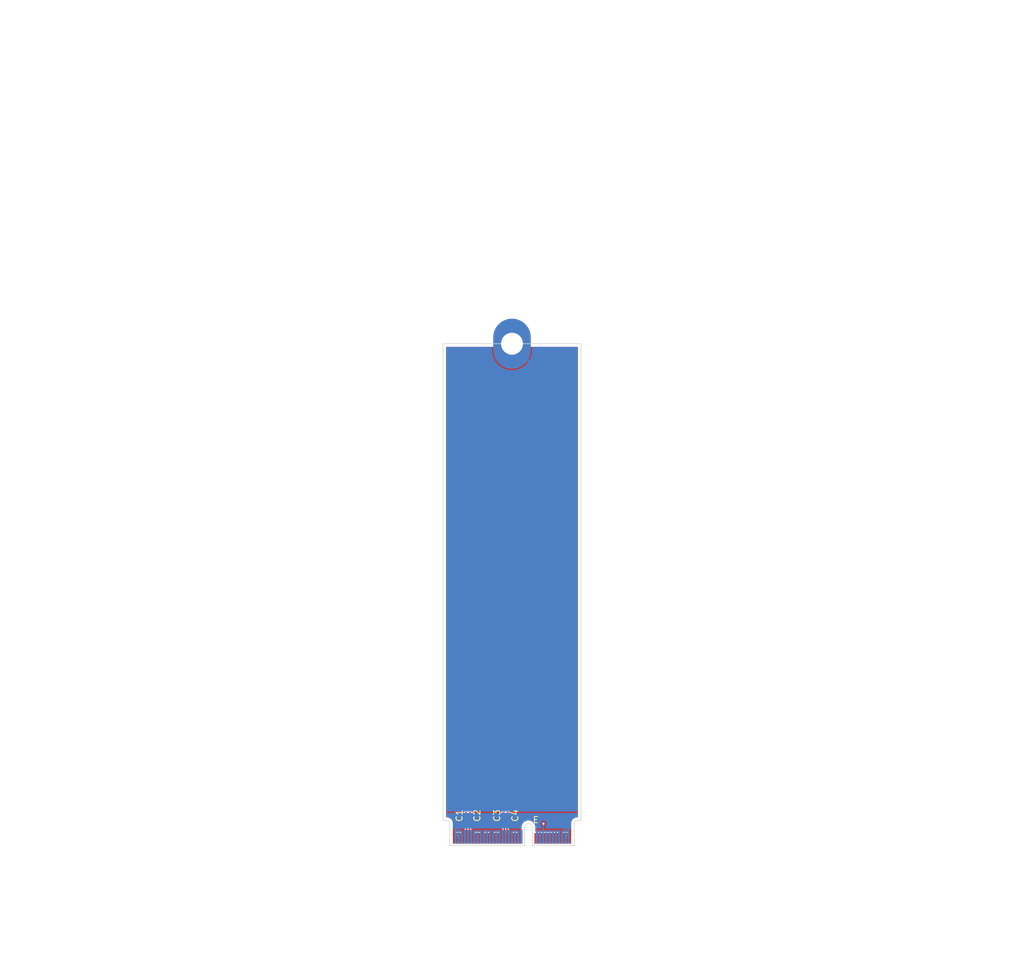
<source format=kicad_pcb>
(kicad_pcb (version 20241229) (generator "pcbnew") (generator_version "9.0")
  (layers (0 "F.Cu" signal) (2 "B.Cu" signal) (13 "F.Paste" user) (15 "B.Paste" user) (5 "F.SilkS" user "F.Silkscreen") (7 "B.SilkS" user "B.Silkscreen") (1 "F.Mask" user) (3 "B.Mask" user) (25 "Edge.Cuts" user))
  (net 0 "")
  (net 1 "/M.2 E Key/PET1P")
  (net 2 "/M.2 E Key/PET1N")
  (net 3 "/M.2 E Key/PET0P")
  (net 4 "/M.2 E Key/PET0N")
  (net 5 "GND")
  (net 6 "/PET0-")
  (net 7 "/PET1-")
  (net 8 "/PET1+")
  (net 9 "/PET0+")
  (net 10 "+3.3V")
  (net 11 "/USB_D+")
  (net 12 "/USB_D-")
  (net 13 "/LED#1")
  (net 14 "/I2S_SCK")
  (net 15 "/SDIO_CLK")
  (net 16 "/I2S_WS")
  (net 17 "/SDIO_CMD")
  (net 18 "/I2S_SD_OUT")
  (net 19 "/SDIO_DATA0")
  (net 20 "/I2S_SD_IN")
  (net 21 "/SDIO_DATA3")
  (net 22 "/LED#2")
  (net 23 "/SDIO_DATA2")
  (net 24 "/SDIO_DATA1")
  (net 25 "/UART_WAKE#")
  (net 26 "/SDIO__WAKE#")
  (net 27 "/UART_TXD")
  (net 28 "/SDIO_RESET#")
  (net 29 "/UART_RXD")
  (net 30 "/UARD_RTS")
  (net 31 "/PER0-")
  (net 32 "/UART_CTS")
  (net 33 "/PER0+")
  (net 39 "/REFCLK0+")
  (net 41 "/REFCLK0-")
  (net 42 "/SUSCLK")
  (net 43 "/PERST0#")
  (net 44 "/CLKREQ0#")
  (net 45 "/W_DISABLE2#")
  (net 46 "/PEWAKE#")
  (net 47 "/W_DISABLE1#")
  (net 48 "/I2C_DATA")
  (net 49 "/PER1+")
  (net 50 "/I2C_CLK")
  (net 51 "/PER1-")
  (net 52 "/ALERT#")
  (net 54 "/PERST1#")
  (net 55 "/CLKREQ1#")
  (net 56 "/PEWAKE1#")
  (net 57 "/REFCLK1+")
  (net 58 "/REFCLK1-")
  (footprint "Capacitor_SMD:C_0201_0603Metric" (layer "F.Cu") (at 102.66 153.43 90)
    (property "Reference" "C1" (at 0 -1.05 90) (layer "F.SilkS"))
    (property "Value" "220nF")
    (pad "1" smd roundrect (at -0.32 0 90) (size 0.46 0.4) (layers "F.Cu" "F.Mask") (net 2 "/M.2 E Key/PET1N"))
    (pad "2" smd roundrect (at 0.32 0 90) (size 0.46 0.4) (layers "F.Cu" "F.Mask") (net 7 "/PET1-"))
  )
  (footprint "Capacitor_SMD:C_0201_0603Metric" (layer "F.Cu") (at 109.36 153.43 90)
    (property "Reference" "C4" (at 0 1.14 90) (layer "F.SilkS"))
    (property "Value" "220nF")
    (pad "1" smd roundrect (at -0.32 0 90) (size 0.46 0.4) (layers "F.Cu" "F.Mask") (net 3 "/M.2 E Key/PET0P"))
    (pad "2" smd roundrect (at 0.32 0 90) (size 0.46 0.4) (layers "F.Cu" "F.Mask") (net 9 "/PET0+"))
  )
  (footprint "Athena KiCAd library:M.2 Mounting Pad" (layer "F.Cu") (at 110.01 78.2)
    (property "Reference" "H1")
    (property "Value" "MountingHole_Pad")
    (pad "1" thru_hole circle (at 0 0) (size 5.5 5.5) (drill 3.5) (property pad_prop_castellated) (layers "*.Cu" "*.Mask") (net 5 "GND") (padstack (mode front_inner_back) (layer "Inner" (shape circle) (size 5.5 5.5)) (layer "B.Cu" (shape oval) (size 6 8))))
  )
  (footprint "Capacitor_SMD:C_0201_0603Metric" (layer "F.Cu") (at 108.66 153.43 90)
    (property "Reference" "C3" (at 0 -1.05 90) (layer "F.SilkS"))
    (property "Value" "220nF")
    (pad "1" smd roundrect (at -0.32 0 90) (size 0.46 0.4) (layers "F.Cu" "F.Mask") (net 4 "/M.2 E Key/PET0N"))
    (pad "2" smd roundrect (at 0.32 0 90) (size 0.46 0.4) (layers "F.Cu" "F.Mask") (net 6 "/PET0-"))
  )
  (footprint "Capacitor_SMD:C_0201_0603Metric" (layer "F.Cu") (at 103.36 153.43 90)
    (property "Reference" "C2" (at 0 1.09 90) (layer "F.SilkS"))
    (property "Value" "220nF")
    (pad "1" smd roundrect (at -0.32 0 90) (size 0.46 0.4) (layers "F.Cu" "F.Mask") (net 1 "/M.2 E Key/PET1P"))
    (pad "2" smd roundrect (at 0.32 0 90) (size 0.46 0.4) (layers "F.Cu" "F.Mask") (net 8 "/PET1+"))
  )
  (footprint "PCIexpress:M.2 E Key Connector" (layer "F.Cu") (at 110.01 157.09)
    (property "Reference" "J1")
    (property "Value" "~")
    (fp_line (start -11 -2.89) (end -10.425 -2.89) (stroke (width 0.1)) (layer "Edge.Cuts"))
    (fp_line (start -9.925 -2.39) (end -9.925 1.11) (stroke (width 0.1)) (layer "Edge.Cuts"))
    (fp_line (start 2.02 -1.79) (end 2.02 1.11) (stroke (width 0.1)) (layer "Edge.Cuts"))
    (fp_line (start 2.02 1.11) (end -9.925 1.11) (stroke (width 0.1)) (layer "Edge.Cuts"))
    (fp_line (start 3.22 -1.79) (end 3.22 1.11) (stroke (width 0.1)) (layer "Edge.Cuts"))
    (fp_line (start 3.22 1.11) (end 9.925 1.11) (stroke (width 0.1)) (layer "Edge.Cuts"))
    (fp_line (start 9.925 -2.39) (end 9.925 1.11) (stroke (width 0.1)) (layer "Edge.Cuts"))
    (fp_line (start 10.425 -2.89) (end 11 -2.89) (stroke (width 0.1)) (layer "Edge.Cuts"))
    (fp_arc (start -10.425 -2.89) (mid -10.071447 -2.743553) (end -9.925 -2.39) (stroke (width 0.1)) (layer "Edge.Cuts"))
    (fp_arc (start 2.02 -1.79) (mid 2.62 -2.39) (end 3.22 -1.79) (stroke (width 0.1)) (layer "Edge.Cuts"))
    (fp_arc (start 9.925 -2.39) (mid 10.071447 -2.743553) (end 10.425 -2.89) (stroke (width 0.1)) (layer "Edge.Cuts"))
    (fp_text user "E" (at 3.245 -2.395 0) (layer "F.SilkS") (effects (justify left bottom)))
    (pad "1" smd rect (at 9.25 -0.04 180) (size 0.35 1.7) (layers "F.Cu") (net 5 "GND"))
    (pad "2" smd rect (at 9 -0.29 180) (size 0.35 2.2) (layers "B.Cu") (net 10 "+3.3V"))
    (pad "3" smd rect (at 8.75 -0.04 180) (size 0.35 1.7) (layers "F.Cu") (net 11 "/USB_D+"))
    (pad "4" smd rect (at 8.5 -0.29 180) (size 0.35 2.2) (layers "B.Cu") (net 10 "+3.3V"))
    (pad "5" smd rect (at 8.25 -0.04 180) (size 0.35 1.7) (layers "F.Cu") (net 12 "/USB_D-"))
    (pad "6" smd rect (at 8 -0.29 180) (size 0.35 2.2) (layers "B.Cu") (net 13 "/LED#1"))
    (pad "7" smd rect (at 7.75 -0.04 180) (size 0.35 1.7) (layers "F.Cu") (net 5 "GND"))
    (pad "8" smd rect (at 7.5 -0.29 180) (size 0.35 2.2) (layers "B.Cu") (net 14 "/I2S_SCK"))
    (pad "9" smd rect (at 7.25 -0.04 180) (size 0.35 1.7) (layers "F.Cu") (net 15 "/SDIO_CLK"))
    (pad "10" smd rect (at 7 -0.29 180) (size 0.35 2.2) (layers "B.Cu") (net 16 "/I2S_WS"))
    (pad "11" smd rect (at 6.75 -0.04 180) (size 0.35 1.7) (layers "F.Cu") (net 17 "/SDIO_CMD"))
    (pad "12" smd rect (at 6.5 -0.29 180) (size 0.35 2.2) (layers "B.Cu") (net 18 "/I2S_SD_OUT"))
    (pad "13" smd rect (at 6.25 -0.04 180) (size 0.35 1.7) (layers "F.Cu") (net 19 "/SDIO_DATA0"))
    (pad "14" smd rect (at 6 -0.29 180) (size 0.35 2.2) (layers "B.Cu") (net 20 "/I2S_SD_IN"))
    (pad "15" smd rect (at 5.75 -0.04 180) (size 0.35 1.7) (layers "F.Cu") (net 21 "/SDIO_DATA3"))
    (pad "16" smd rect (at 5.5 -0.29 180) (size 0.35 2.2) (layers "B.Cu") (net 22 "/LED#2"))
    (pad "17" smd rect (at 5.25 -0.04 180) (size 0.35 1.7) (layers "F.Cu") (net 23 "/SDIO_DATA2"))
    (pad "18" smd rect (at 5 -0.29 180) (size 0.35 2.2) (layers "B.Cu") (net 5 "GND"))
    (pad "19" smd rect (at 4.75 -0.04 180) (size 0.35 1.7) (layers "F.Cu") (net 24 "/SDIO_DATA1"))
    (pad "20" smd rect (at 4.5 -0.29 180) (size 0.35 2.2) (layers "B.Cu") (net 25 "/UART_WAKE#"))
    (pad "21" smd rect (at 4.25 -0.04 180) (size 0.35 1.7) (layers "F.Cu") (net 26 "/SDIO__WAKE#"))
    (pad "22" smd rect (at 4 -0.29 180) (size 0.35 2.2) (layers "B.Cu") (net 27 "/UART_TXD"))
    (pad "23" smd rect (at 3.75 -0.04 180) (size 0.35 1.7) (layers "F.Cu") (net 28 "/SDIO_RESET#"))
    (pad "32" smd rect (at 1.5 -0.29 180) (size 0.35 2.2) (layers "B.Cu") (net 29 "/UART_RXD"))
    (pad "33" smd rect (at 1.25 -0.04 180) (size 0.35 1.7) (layers "F.Cu") (net 5 "GND"))
    (pad "34" smd rect (at 1 -0.29 180) (size 0.35 2.2) (layers "B.Cu") (net 30 "/UARD_RTS"))
    (pad "35" smd rect (at 0.75 -0.04 180) (size 0.35 1.7) (layers "F.Cu") (net 31 "/PER0-"))
    (pad "36" smd rect (at 0.5 -0.29 180) (size 0.35 2.2) (layers "B.Cu") (net 32 "/UART_CTS"))
    (pad "37" smd rect (at 0.25 -0.04 180) (size 0.35 1.7) (layers "F.Cu") (net 33 "/PER0+"))
    (pad "38" smd rect (at 0 -0.29 180) (size 0.35 2.2) (layers "B.Cu"))
    (pad "39" smd rect (at -0.25 -0.04 180) (size 0.35 1.7) (layers "F.Cu") (net 5 "GND"))
    (pad "40" smd rect (at -0.5 -0.29 180) (size 0.35 2.2) (layers "B.Cu"))
    (pad "41" smd rect (at -0.75 -0.04 180) (size 0.35 1.7) (layers "F.Cu") (net 3 "/M.2 E Key/PET0P"))
    (pad "42" smd rect (at -1 -0.29 180) (size 0.35 2.2) (layers "B.Cu"))
    (pad "43" smd rect (at -1.25 -0.04 180) (size 0.35 1.7) (layers "F.Cu") (net 4 "/M.2 E Key/PET0N"))
    (pad "44" smd rect (at -1.5 -0.29 180) (size 0.35 2.2) (layers "B.Cu"))
    (pad "45" smd rect (at -1.75 -0.04 180) (size 0.35 1.7) (layers "F.Cu") (net 5 "GND"))
    (pad "46" smd rect (at -2 -0.29 180) (size 0.35 2.2) (layers "B.Cu"))
    (pad "47" smd rect (at -2.25 -0.04 180) (size 0.35 1.7) (layers "F.Cu") (net 39 "/REFCLK0+"))
    (pad "48" smd rect (at -2.5 -0.29 180) (size 0.35 2.2) (layers "B.Cu"))
    (pad "49" smd rect (at -2.75 -0.04 180) (size 0.35 1.7) (layers "F.Cu") (net 41 "/REFCLK0-"))
    (pad "50" smd rect (at -3 -0.29 180) (size 0.35 2.2) (layers "B.Cu") (net 42 "/SUSCLK"))
    (pad "51" smd rect (at -3.25 -0.04 180) (size 0.35 1.7) (layers "F.Cu") (net 5 "GND"))
    (pad "52" smd rect (at -3.5 -0.29 180) (size 0.35 2.2) (layers "B.Cu") (net 43 "/PERST0#"))
    (pad "53" smd rect (at -3.75 -0.04 180) (size 0.35 1.7) (layers "F.Cu") (net 44 "/CLKREQ0#"))
    (pad "54" smd rect (at -4 -0.29 180) (size 0.35 2.2) (layers "B.Cu") (net 45 "/W_DISABLE2#"))
    (pad "55" smd rect (at -4.25 -0.04 180) (size 0.35 1.7) (layers "F.Cu") (net 46 "/PEWAKE#"))
    (pad "56" smd rect (at -4.5 -0.29 180) (size 0.35 2.2) (layers "B.Cu") (net 47 "/W_DISABLE1#"))
    (pad "57" smd rect (at -4.75 -0.04 180) (size 0.35 1.7) (layers "F.Cu") (net 5 "GND"))
    (pad "58" smd rect (at -5 -0.29 180) (size 0.35 2.2) (layers "B.Cu") (net 48 "/I2C_DATA"))
    (pad "59" smd rect (at -5.25 -0.04 180) (size 0.35 1.7) (layers "F.Cu") (net 49 "/PER1+"))
    (pad "60" smd rect (at -5.5 -0.29 180) (size 0.35 2.2) (layers "B.Cu") (net 50 "/I2C_CLK"))
    (pad "61" smd rect (at -5.75 -0.04 180) (size 0.35 1.7) (layers "F.Cu") (net 51 "/PER1-"))
    (pad "62" smd rect (at -6 -0.29 180) (size 0.35 2.2) (layers "B.Cu") (net 52 "/ALERT#"))
    (pad "63" smd rect (at -6.25 -0.04 180) (size 0.35 1.7) (layers "F.Cu") (net 5 "GND"))
    (pad "64" smd rect (at -6.5 -0.29 180) (size 0.35 2.2) (layers "B.Cu"))
    (pad "65" smd rect (at -6.75 -0.04 180) (size 0.35 1.7) (layers "F.Cu") (net 1 "/M.2 E Key/PET1P"))
    (pad "66" smd rect (at -7 -0.29 180) (size 0.35 2.2) (layers "B.Cu") (net 54 "/PERST1#"))
    (pad "67" smd rect (at -7.25 -0.04 180) (size 0.35 1.7) (layers "F.Cu") (net 2 "/M.2 E Key/PET1N"))
    (pad "68" smd rect (at -7.5 -0.29 180) (size 0.35 2.2) (layers "B.Cu") (net 55 "/CLKREQ1#"))
    (pad "69" smd rect (at -7.75 -0.04 180) (size 0.35 1.7) (layers "F.Cu") (net 5 "GND"))
    (pad "70" smd rect (at -8 -0.29 180) (size 0.35 2.2) (layers "B.Cu") (net 56 "/PEWAKE1#"))
    (pad "71" smd rect (at -8.25 -0.04 180) (size 0.35 1.7) (layers "F.Cu") (net 57 "/REFCLK1+"))
    (pad "72" smd rect (at -8.5 -0.29 180) (size 0.35 2.2) (layers "B.Cu") (net 10 "+3.3V"))
    (pad "73" smd rect (at -8.75 -0.04 180) (size 0.35 1.7) (layers "F.Cu") (net 58 "/REFCLK1-"))
    (pad "74" smd rect (at -9 -0.29 180) (size 0.35 2.2) (layers "B.Cu") (net 10 "+3.3V"))
    (pad "75" smd rect (at -9.25 -0.04 180) (size 0.35 1.7) (layers "F.Cu") (net 5 "GND"))
  )
  (gr_line (start 99.01 78.2) (end 99.01 154.2) (stroke (width 0.1)) (layer "Edge.Cuts"))
  (gr_line (start 121.01 78.2) (end 99.01 78.2) (stroke (width 0.1)) (layer "Edge.Cuts"))
  (gr_line (start 121.01 154.2) (end 121.01 78.2) (stroke (width 0.1)) (layer "Edge.Cuts"))
  (segment (start 103.36 154.095001) (end 103.36 153.75) (width 0.2) (layer "F.Cu") (net 1))
  (segment (start 103.235 155.749999) (end 103.235 154.220001) (width 0.2) (layer "F.Cu") (net 1))
  (segment (start 103.26 157.05) (end 103.26 155.774999) (width 0.2) (layer "F.Cu") (net 1))
  (segment (start 103.26 155.774999) (end 103.235 155.749999) (width 0.2) (layer "F.Cu") (net 1))
  (segment (start 103.235 154.220001) (end 103.36 154.095001) (width 0.2) (layer "F.Cu") (net 1))
  (segment (start 102.76 155.774999) (end 102.785 155.749999) (width 0.2) (layer "F.Cu") (net 2))
  (segment (start 102.785 154.220001) (end 102.66 154.095001) (width 0.2) (layer "F.Cu") (net 2))
  (segment (start 102.785 155.749999) (end 102.785 154.220001) (width 0.2) (layer "F.Cu") (net 2))
  (segment (start 102.76 157.05) (end 102.76 155.774999) (width 0.2) (layer "F.Cu") (net 2))
  (segment (start 102.66 154.095001) (end 102.66 153.75) (width 0.2) (layer "F.Cu") (net 2))
  (segment (start 109.26 155.774999) (end 109.235 155.749999) (width 0.2) (layer "F.Cu") (net 3))
  (segment (start 109.36 154.095001) (end 109.36 153.75) (width 0.2) (layer "F.Cu") (net 3))
  (segment (start 109.235 154.220001) (end 109.36 154.095001) (width 0.2) (layer "F.Cu") (net 3))
  (segment (start 109.235 155.749999) (end 109.235 154.220001) (width 0.2) (layer "F.Cu") (net 3))
  (segment (start 109.26 157.05) (end 109.26 155.774999) (width 0.2) (layer "F.Cu") (net 3))
  (segment (start 108.785 155.749999) (end 108.785 154.220001) (width 0.2) (layer "F.Cu") (net 4))
  (segment (start 108.66 154.095001) (end 108.66 153.75) (width 0.2) (layer "F.Cu") (net 4))
  (segment (start 108.76 157.05) (end 108.76 155.774999) (width 0.2) (layer "F.Cu") (net 4))
  (segment (start 108.76 155.774999) (end 108.785 155.749999) (width 0.2) (layer "F.Cu") (net 4))
  (segment (start 108.785 154.220001) (end 108.66 154.095001) (width 0.2) (layer "F.Cu") (net 4))
  (via (at 115.01 154.71) (size 0.6) (drill 0.3) (layers "F.Cu" "B.Cu") (net 5))
  (segment (start 115.01 154.71) (end 115.01 156.8) (width 0.2) (layer "B.Cu") (net 5))
  (zone (net 5) (net_name "GND") (layers "F.Cu" "B.Cu") (connect_pads (clearance 0.2)) (min_thickness 0.15) (fill yes (thermal_gap 0.2) (thermal_bridge_width 0.35))
    (polygon (pts (xy 95.01 156.73) (xy 95.01 48.2) (xy 125.01 48.2) (xy 125.01 156.73)))
  )
  (zone (net 10) (net_name "+3.3V") (layer "B.Cu") (priority 1) (connect_pads (clearance 0.2)) (min_thickness 0.15) (fill yes (thermal_gap 0.2) (thermal_bridge_width 0.35))
    (polygon (pts (xy 121.01 156.73) (xy 121.01 153) (xy 99.01 153) (xy 99.01 156.73)))
  )
)
</source>
